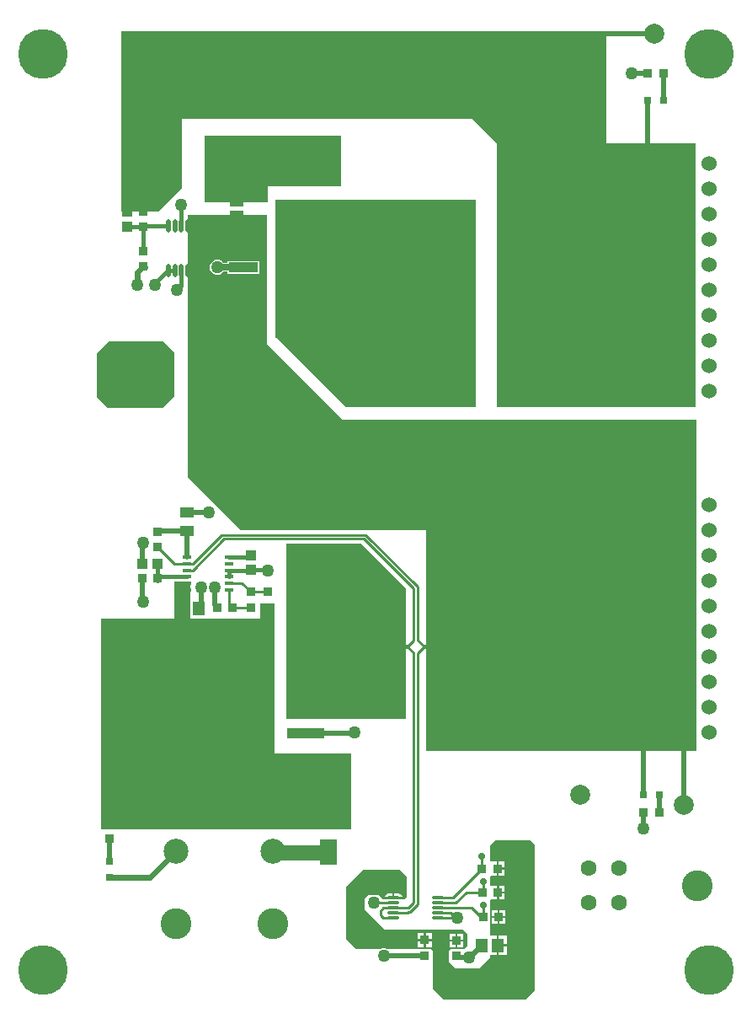
<source format=gtl>
G04*
G04 #@! TF.GenerationSoftware,Altium Limited,Altium Designer,18.1.11 (251)*
G04*
G04 Layer_Physical_Order=1*
G04 Layer_Color=255*
%FSLAX25Y25*%
%MOIN*%
G70*
G01*
G75*
%ADD11C,0.02362*%
%ADD13C,0.01000*%
%ADD15C,0.00600*%
%ADD17R,0.11811X0.03937*%
%ADD18R,0.25197X0.21850*%
%ADD19R,0.03543X0.03347*%
%ADD20R,0.04528X0.12795*%
%ADD21R,0.21654X0.16929*%
%ADD22R,0.03150X0.03150*%
%ADD23R,0.14961X0.04134*%
%ADD24R,0.35039X0.40748*%
%ADD25O,0.05315X0.01181*%
%ADD26R,0.03347X0.03543*%
%ADD27C,0.07874*%
%ADD28R,0.12402X0.09646*%
%ADD29R,0.06693X0.09843*%
%ADD30R,0.13386X0.07284*%
%ADD31O,0.01968X0.05315*%
%ADD32R,0.10039X0.09646*%
%ADD33R,0.05709X0.05118*%
%ADD34R,0.04134X0.03937*%
%ADD35R,0.03150X0.03150*%
%ADD36R,0.05118X0.05709*%
%ADD37O,0.03500X0.01654*%
%ADD38R,0.03937X0.04134*%
%ADD39R,0.05315X0.03937*%
%ADD71C,0.01968*%
%ADD72C,0.05906*%
%ADD73C,0.01575*%
%ADD74C,0.02500*%
%ADD75C,0.01772*%
%ADD76C,0.19685*%
%ADD77C,0.06000*%
%ADD78C,0.09843*%
%ADD79C,0.12205*%
%ADD80C,0.06299*%
%ADD81C,0.05000*%
%ADD82C,0.02756*%
G36*
X232259Y325689D02*
X203248Y325689D01*
X203248Y319291D01*
X178150Y319291D01*
X178150Y345671D01*
X232259Y345671D01*
Y325689D01*
D02*
G37*
G36*
X337402Y386811D02*
X337402Y342520D01*
X372441D01*
X372441Y238189D01*
X293900Y238189D01*
X293900Y342520D01*
X284058Y352362D01*
X169291Y352362D01*
X169291Y325098D01*
X159941Y315748D01*
X145276Y315748D01*
X145276Y386811D01*
X337402Y386811D01*
D02*
G37*
G36*
X285433Y238189D02*
X234154Y238189D01*
X206398Y265945D01*
X206398Y320177D01*
X285433Y320177D01*
X285433Y238189D01*
D02*
G37*
G36*
X161909Y264173D02*
X166240Y259842D01*
X166240Y242618D01*
X161516Y237894D01*
X139764Y237894D01*
X135728Y241929D01*
X135728Y259744D01*
X140157Y264173D01*
X143799Y264173D01*
X161909Y264173D01*
D02*
G37*
G36*
X205913Y154732D02*
X205906Y154724D01*
X200394D01*
Y160630D01*
X205913D01*
Y154732D01*
D02*
G37*
G36*
X240157Y184252D02*
X257874Y166536D01*
X257874Y114961D01*
X210630Y114961D01*
X210630Y184252D01*
X240157Y184252D01*
D02*
G37*
G36*
X202756Y314173D02*
X202756Y263386D01*
X232973Y233169D01*
X372835Y233169D01*
X372835Y202362D01*
X372835Y202362D01*
X372835Y102362D01*
X265748Y102362D01*
X265748Y189764D01*
X192520Y189764D01*
X171653Y210630D01*
X171654Y314173D01*
X202756Y314173D01*
D02*
G37*
G36*
X172441Y169291D02*
X172441Y154724D01*
X205906D01*
X205906Y111024D01*
X205906Y99663D01*
Y101181D01*
X236221D01*
X236221Y101181D01*
Y71260D01*
X205906D01*
X137402Y71260D01*
X137401Y154724D01*
X166240D01*
X166240Y169291D01*
X172441Y169291D01*
D02*
G37*
G36*
X309055Y64961D02*
X309055Y21654D01*
X309055Y21654D01*
Y19931D01*
Y7480D01*
X305512Y3937D01*
X272835Y3937D01*
X268504Y8268D01*
Y23228D01*
X267717Y24016D01*
X262205Y24016D01*
X255118Y24016D01*
X250338D01*
X249935Y24183D01*
X249152Y24286D01*
X248369Y24183D01*
X247966Y24016D01*
X238189Y24016D01*
X234252Y27953D01*
Y48764D01*
X240812Y55324D01*
X255699Y55324D01*
X258268Y52756D01*
X258268Y44488D01*
X257356Y43576D01*
X257018Y43604D01*
X256895Y43769D01*
X252981D01*
X249152D01*
X248890Y43629D01*
X248425Y44094D01*
X247244Y45276D01*
X242913Y45276D01*
X241732Y44094D01*
X241732Y39370D01*
X249612Y31490D01*
X262583Y31480D01*
X262598Y31496D01*
X280709Y31496D01*
X282283Y29921D01*
X282283Y25306D01*
X280993Y24016D01*
X275590D01*
X274904Y23329D01*
X274904Y18873D01*
X277636Y16142D01*
X287008D01*
Y16202D01*
X291339Y20533D01*
Y21555D01*
X293841D01*
Y25409D01*
Y29264D01*
X291339D01*
X291339Y43209D01*
X291839Y43504D01*
X293990D01*
Y46276D01*
Y49047D01*
X291839D01*
X291717Y49047D01*
X291339Y49342D01*
Y52507D01*
X291839Y52953D01*
X293743D01*
Y55724D01*
Y58496D01*
X291469Y58496D01*
X291338Y58942D01*
Y64961D01*
X293307Y66929D01*
X307087Y66929D01*
X309055Y64961D01*
D02*
G37*
%LPC*%
G36*
X183268Y296628D02*
X182485Y296525D01*
X181755Y296223D01*
X181128Y295742D01*
X180647Y295115D01*
X180345Y294386D01*
X180242Y293602D01*
X180345Y292819D01*
X180647Y292089D01*
X181128Y291463D01*
X181755Y290982D01*
X182485Y290680D01*
X183268Y290577D01*
X184051Y290680D01*
X184781Y290982D01*
X185407Y291463D01*
X185680Y291818D01*
X187197D01*
Y291094D01*
X200008D01*
Y296031D01*
X187197D01*
Y295387D01*
X185680D01*
X185407Y295742D01*
X184781Y296223D01*
X184051Y296525D01*
X183268Y296628D01*
D02*
G37*
G36*
X294543Y58496D02*
Y56124D01*
X296816D01*
Y58496D01*
X294543D01*
D02*
G37*
G36*
X296816Y55324D02*
X294543D01*
Y52953D01*
X296816D01*
Y55324D01*
D02*
G37*
G36*
X294790Y49047D02*
Y46676D01*
X297063D01*
Y49047D01*
X294790D01*
D02*
G37*
G36*
X255048Y45791D02*
X253381D01*
Y44569D01*
X256590D01*
X256546Y44790D01*
X256195Y45316D01*
X255669Y45668D01*
X255048Y45791D01*
D02*
G37*
G36*
X252581D02*
X250914D01*
X250294Y45668D01*
X249768Y45316D01*
X249416Y44790D01*
X249372Y44569D01*
X252581D01*
Y45791D01*
D02*
G37*
G36*
X297063Y45876D02*
X294790D01*
Y43504D01*
X297063D01*
Y45876D01*
D02*
G37*
G36*
X297194Y39386D02*
X294921D01*
Y37014D01*
X297194D01*
Y39386D01*
D02*
G37*
G36*
X294121D02*
X291847D01*
Y37014D01*
X294121D01*
Y39386D01*
D02*
G37*
G36*
X297194Y36214D02*
X294921D01*
Y33843D01*
X297194D01*
Y36214D01*
D02*
G37*
G36*
X294121D02*
X291847D01*
Y33843D01*
X294121D01*
Y36214D01*
D02*
G37*
G36*
X268126Y30134D02*
X265754D01*
Y27861D01*
X268126D01*
Y30134D01*
D02*
G37*
G36*
X264954D02*
X262583D01*
Y27861D01*
X264954D01*
Y30134D01*
D02*
G37*
G36*
X280620Y30051D02*
X278248D01*
Y27778D01*
X280620D01*
Y30051D01*
D02*
G37*
G36*
X277448D02*
X275077D01*
Y27778D01*
X277448D01*
Y30051D01*
D02*
G37*
G36*
X297800Y29264D02*
X294641D01*
Y25809D01*
X297800D01*
Y29264D01*
D02*
G37*
G36*
X268126Y27061D02*
X265754D01*
Y24787D01*
X268126D01*
Y27061D01*
D02*
G37*
G36*
X264954D02*
X262583D01*
Y24787D01*
X264954D01*
Y27061D01*
D02*
G37*
G36*
X280620Y26978D02*
X278248D01*
Y24705D01*
X280620D01*
Y26978D01*
D02*
G37*
G36*
X277448D02*
X275077D01*
Y24705D01*
X277448D01*
Y26978D01*
D02*
G37*
G36*
X297800Y25010D02*
X294641D01*
Y21555D01*
X297800D01*
Y25010D01*
D02*
G37*
%LPD*%
D11*
X153740Y293701D02*
X154429D01*
X151575Y291535D02*
X153740Y293701D01*
X151575Y286614D02*
Y291535D01*
X156685Y52362D02*
X166929Y62606D01*
X140551Y52362D02*
X156685D01*
X140551D02*
X140551Y52362D01*
D13*
X270501Y44291D02*
X276607D01*
X264961Y143307D02*
X273622D01*
X262561Y140908D02*
X264961Y143307D01*
X262561Y41611D02*
Y140908D01*
X264854Y143807D02*
X273122D01*
X262561Y146100D02*
X264854Y143807D01*
X262561Y146100D02*
Y167157D01*
X261061Y146100D02*
Y166535D01*
X258768Y143807D02*
X261061Y146100D01*
X250500Y143807D02*
X258768D01*
X259682Y38732D02*
X262561Y41611D01*
X259061Y38732D02*
X259682D01*
X258593Y38264D02*
X259061Y38732D01*
X252981Y38264D02*
X258593D01*
X258760Y143307D02*
X261061Y141006D01*
X259061Y40232D02*
X261061Y42232D01*
X250000Y143307D02*
X258760D01*
X261061Y42232D02*
Y141006D01*
X252981Y40232D02*
X259061D01*
X252891Y40142D02*
X252981Y40232D01*
X252891Y36386D02*
X252981Y36295D01*
X248948Y40142D02*
X252891D01*
X247835Y39028D02*
X248948Y40142D01*
X248850Y36386D02*
X252891D01*
X247835Y37402D02*
Y39028D01*
Y37402D02*
X248850Y36386D01*
X171232Y176279D02*
X173482D01*
X184923Y187721D01*
X171232Y173721D02*
X173482D01*
X185982Y186221D01*
X184923Y187721D02*
X241997D01*
X185982Y186221D02*
X241376D01*
X241997Y187721D02*
X262561Y167157D01*
X241376Y186221D02*
X261061Y166535D01*
X273122Y143807D02*
X273622Y143307D01*
X250000D02*
X250500Y143807D01*
X166240Y176279D02*
X171232D01*
X159646Y182874D02*
X166240Y176279D01*
X193012Y168602D02*
X196457Y165157D01*
X187823Y168602D02*
X193012D01*
X196457Y165157D02*
X203150D01*
X189370Y159055D02*
X196457D01*
X187823Y160602D02*
X189370Y159055D01*
X187823Y160602D02*
Y166043D01*
X288418Y36614D02*
Y41339D01*
X245276Y42126D02*
X252843D01*
X276607Y44291D02*
X288040Y55724D01*
X288418Y46406D02*
Y50787D01*
X288040Y55724D02*
Y60630D01*
X288287Y46276D02*
X288418Y46406D01*
X270501Y40232D02*
X283999D01*
X270501Y36295D02*
X277559D01*
X275590Y38264D02*
X277559Y36295D01*
X270501Y38264D02*
X275590D01*
X270501Y42201D02*
X277706D01*
Y42232D02*
X277737D01*
X281781Y46276D01*
X287647D01*
X283999Y40232D02*
X287798Y36433D01*
D15*
X252843Y42126D02*
X252950Y42232D01*
X283005Y20472D02*
X283465Y20932D01*
X282677Y20472D02*
X283005D01*
X277848Y21276D02*
X278651Y20472D01*
X265272Y21276D02*
X265354Y21358D01*
X277636Y27165D02*
X277848Y27378D01*
X293749Y55331D02*
X294143Y55724D01*
X277634Y36220D02*
X278346D01*
X277559Y36295D02*
X277634Y36220D01*
X252950Y42232D02*
X252981Y42201D01*
D17*
X193602Y293563D02*
D03*
Y275532D02*
D03*
D18*
X218996Y284547D02*
D03*
D19*
X153937Y315650D02*
D03*
Y309547D02*
D03*
X159646Y182874D02*
D03*
Y188976D02*
D03*
X153937Y299902D02*
D03*
Y293799D02*
D03*
X277848Y21276D02*
D03*
Y27378D02*
D03*
X265354Y21358D02*
D03*
Y27461D02*
D03*
X196457Y165157D02*
D03*
Y159055D02*
D03*
X203150D02*
D03*
Y165157D02*
D03*
X140650Y67520D02*
D03*
Y73622D02*
D03*
D20*
X250000Y143307D02*
D03*
X273622D02*
D03*
D21*
X271358Y271457D02*
D03*
X311319D02*
D03*
D22*
X358268Y85039D02*
D03*
X351969D02*
D03*
X353445Y359547D02*
D03*
X359744D02*
D03*
D23*
X218110Y109291D02*
D03*
Y129291D02*
D03*
D24*
X178740Y119291D02*
D03*
D25*
X252981Y36295D02*
D03*
Y38264D02*
D03*
X270501Y36295D02*
D03*
Y38264D02*
D03*
Y40232D02*
D03*
Y42201D02*
D03*
Y44169D02*
D03*
X252981Y40232D02*
D03*
Y42201D02*
D03*
Y44169D02*
D03*
D26*
X189370Y159055D02*
D03*
X183268D02*
D03*
X153543Y170472D02*
D03*
X159646D02*
D03*
X288040Y55724D02*
D03*
X294143D02*
D03*
X288287Y46276D02*
D03*
X294390D02*
D03*
X288418Y36614D02*
D03*
X294521D02*
D03*
X352067Y77953D02*
D03*
X358169D02*
D03*
X353740Y370177D02*
D03*
X359842D02*
D03*
D27*
X356299Y385827D02*
D03*
X367764Y81102D02*
D03*
X326772Y85039D02*
D03*
D28*
X219291Y309252D02*
D03*
Y331693D02*
D03*
D29*
X227165Y77953D02*
D03*
Y62205D02*
D03*
D30*
X157973Y250886D02*
D03*
X179823D02*
D03*
D31*
X171555Y309941D02*
D03*
X168996D02*
D03*
X166437D02*
D03*
X163878D02*
D03*
X171555Y292421D02*
D03*
X168996D02*
D03*
X166437D02*
D03*
X163878D02*
D03*
D32*
X187106Y340551D02*
D03*
X163287D02*
D03*
D33*
X190945Y313779D02*
D03*
Y320079D02*
D03*
D34*
X159547Y176378D02*
D03*
X153642D02*
D03*
D35*
X140551Y58661D02*
D03*
Y52362D02*
D03*
D36*
X175975Y158554D02*
D03*
X169676D02*
D03*
X294241Y25409D02*
D03*
X287942D02*
D03*
D37*
X187823Y166043D02*
D03*
Y168602D02*
D03*
Y171161D02*
D03*
Y173721D02*
D03*
Y176279D02*
D03*
Y178839D02*
D03*
X171232Y166043D02*
D03*
Y168602D02*
D03*
Y171161D02*
D03*
Y173721D02*
D03*
Y176279D02*
D03*
Y178839D02*
D03*
D38*
X196457Y179725D02*
D03*
Y173819D02*
D03*
X147539Y315551D02*
D03*
Y309646D02*
D03*
D39*
X171232Y189370D02*
D03*
Y196457D02*
D03*
D71*
X353543Y370177D02*
X353642Y370079D01*
X153740Y176378D02*
Y184449D01*
X347244Y370177D02*
X353543D01*
X302953Y369882D02*
X318898Y385827D01*
X356299D01*
X353642Y370079D02*
X353740Y370177D01*
X352067Y71752D02*
Y77953D01*
X358169Y79921D02*
X358268Y79823D01*
X358169Y79921D02*
Y85039D01*
X351969Y85039D02*
Y105118D01*
X249152Y21260D02*
X265256D01*
X265272Y21276D01*
X367717Y334653D02*
X367764Y334606D01*
X195571Y178839D02*
X196457Y179725D01*
X171232Y178878D02*
Y189370D01*
X176772Y159350D02*
Y166929D01*
X175975Y158554D02*
X176772Y159350D01*
X160039Y189370D02*
X171232D01*
Y196457D02*
X179921D01*
X159646Y188976D02*
X160039Y189370D01*
X153740Y184449D02*
X153937Y184646D01*
X153543Y161811D02*
X153937Y161417D01*
X153543Y161811D02*
Y169587D01*
X196358Y173721D02*
X196457Y173819D01*
X182283Y160039D02*
X183268Y159055D01*
X182283Y160039D02*
Y166929D01*
X237264Y109291D02*
X237500Y109528D01*
X218110Y109291D02*
X237264D01*
X353445Y338681D02*
Y359547D01*
X359744D02*
X359842Y359646D01*
Y370177D01*
X140551Y58661D02*
Y67028D01*
X367764Y81102D02*
Y109528D01*
X278651Y20472D02*
X282677D01*
X283465Y20932D02*
X287942Y25409D01*
D72*
X205913Y61811D02*
X227165D01*
X205118Y62606D02*
X205913Y61811D01*
D73*
X158661Y287402D02*
X163779Y292520D01*
X154331Y309449D02*
Y309547D01*
Y299606D02*
Y299902D01*
Y309449D02*
X154823Y309941D01*
X154035Y309154D02*
X154331Y309449D01*
X148031Y309646D02*
X154134D01*
X154035Y300197D02*
X154331Y299902D01*
X154035Y300197D02*
Y309154D01*
X168996Y309941D02*
Y318406D01*
Y309547D02*
Y309941D01*
X167323Y284646D02*
X168996Y286319D01*
Y292421D01*
X158661Y286614D02*
Y287402D01*
X154134Y309646D02*
X154331Y309842D01*
X154823Y309941D02*
X163878D01*
X163779Y292520D02*
X163878Y292421D01*
X166437D01*
D74*
X183268Y293602D02*
X194390D01*
X194488Y293701D01*
D75*
X159941Y171161D02*
X171232D01*
X187823Y178839D02*
X195571D01*
X202957Y173819D02*
X203154Y173622D01*
X196457Y173819D02*
X202957D01*
X159646Y169587D02*
Y176378D01*
X187823Y171161D02*
Y173721D01*
X196358D01*
D76*
X377953Y15748D02*
D03*
X114173D02*
D03*
Y377953D02*
D03*
X377953D02*
D03*
D77*
X367764Y244606D02*
D03*
Y284606D02*
D03*
Y254606D02*
D03*
Y264606D02*
D03*
Y274606D02*
D03*
Y294606D02*
D03*
Y304606D02*
D03*
Y314606D02*
D03*
Y324606D02*
D03*
Y334606D02*
D03*
X377764D02*
D03*
Y324606D02*
D03*
Y314606D02*
D03*
Y304606D02*
D03*
Y284606D02*
D03*
Y294606D02*
D03*
Y274606D02*
D03*
Y254606D02*
D03*
Y264606D02*
D03*
Y244606D02*
D03*
X367764Y109528D02*
D03*
Y149528D02*
D03*
Y119528D02*
D03*
Y129528D02*
D03*
Y139528D02*
D03*
Y159528D02*
D03*
Y169528D02*
D03*
Y179528D02*
D03*
Y189528D02*
D03*
Y199528D02*
D03*
X377764D02*
D03*
Y189528D02*
D03*
Y179528D02*
D03*
Y169528D02*
D03*
Y149528D02*
D03*
Y159528D02*
D03*
Y139528D02*
D03*
Y119528D02*
D03*
Y129528D02*
D03*
Y109528D02*
D03*
D78*
X205118Y84260D02*
D03*
Y62606D02*
D03*
X166929Y84260D02*
D03*
Y62606D02*
D03*
D79*
X205118Y33866D02*
D03*
X166929D02*
D03*
X373243Y49047D02*
D03*
D80*
X330290Y42158D02*
D03*
Y55937D02*
D03*
X342101D02*
D03*
Y42158D02*
D03*
D81*
X347244Y370177D02*
D03*
X168996Y318406D02*
D03*
X183268Y293602D02*
D03*
X167323Y284646D02*
D03*
X158661Y286614D02*
D03*
X151575D02*
D03*
X249152Y21260D02*
D03*
X176772Y166929D02*
D03*
X153937Y161417D02*
D03*
X203154Y173622D02*
D03*
X352067Y71752D02*
D03*
X237500Y109528D02*
D03*
X138976Y247638D02*
D03*
Y255118D02*
D03*
X145669Y241339D02*
D03*
Y260630D02*
D03*
X199803Y332677D02*
D03*
X182087Y322835D02*
D03*
X199803Y342520D02*
D03*
X226378D02*
D03*
X212598D02*
D03*
X199803Y322835D02*
D03*
X179921Y196457D02*
D03*
X153937Y184646D02*
D03*
X182283Y166929D02*
D03*
X283005Y20472D02*
D03*
X245276Y42126D02*
D03*
X343701Y241732D02*
D03*
X278346Y36220D02*
D03*
D82*
X288418Y41339D02*
D03*
Y50787D02*
D03*
X288040Y60630D02*
D03*
M02*

</source>
